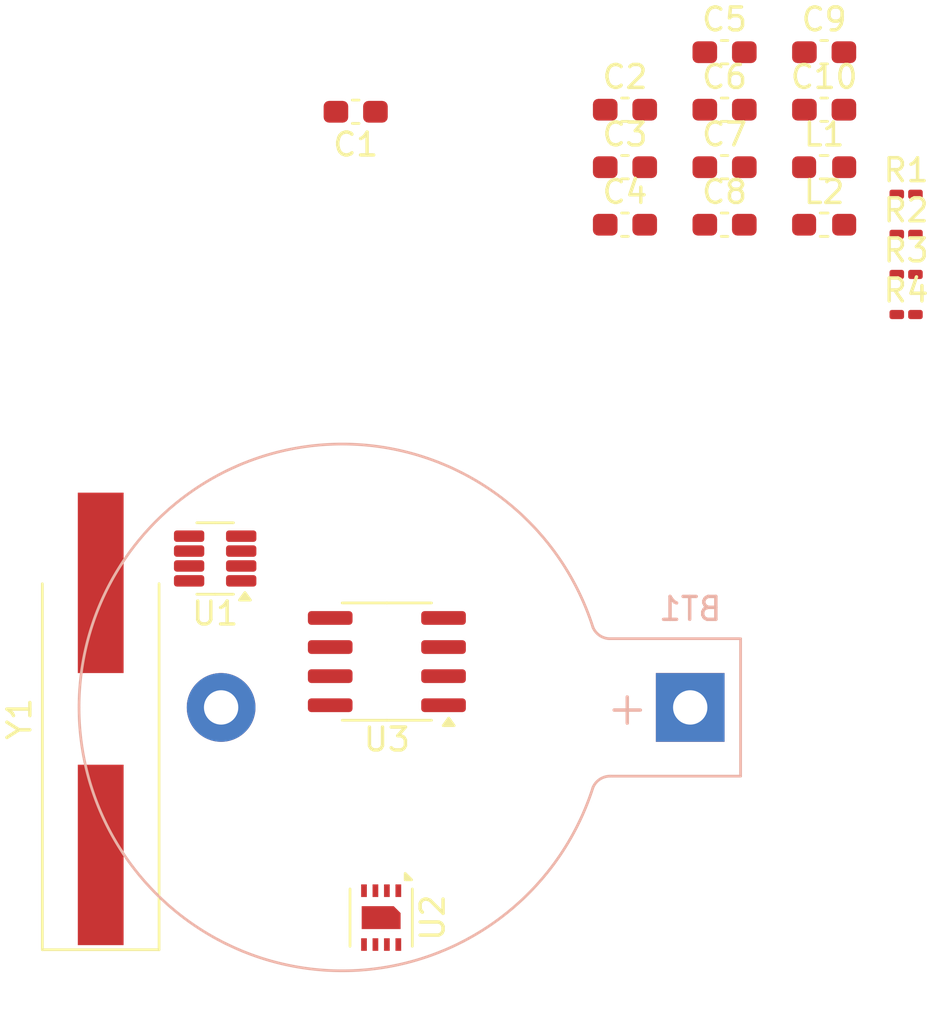
<source format=kicad_pcb>
(kicad_pcb (version 20240108) (generator "pcbnew") (generator_version "8.0")
  (layers (0 "F.Cu" signal) (31 "B.Cu" signal) (34 "B.Paste" user) (35 "F.Paste" user) (36 "B.SilkS" user "B.Silkscreen") (37 "F.SilkS" user "F.Silkscreen") (38 "B.Mask" user) (39 "F.Mask" user) (44 "Edge.Cuts" user))
  (net 0 "")
  (net 1 "GND")
  (net 2 "VCC")
  (net 3 "Net-(U1-PAOUT)")
  (net 4 "Net-(C5-Pad1)")
  (net 5 "Net-(C7-Pad1)")
  (net 6 "Net-(U2-SDA)")
  (net 7 "Net-(U2-SCL)")
  (net 8 "Net-(U1-DATA)")
  (net 9 "Net-(U2-~{RESET})")
  (net 10 "Net-(U1-Xtal1)")
  (net 11 "Net-(U1-Xtal2)")
  (net 13 "Net-(U2-ALERT)")
  (footprint "Sensor_Humidity:Sensirion_DFN-8-1EP_2.5x2.5mm_P0.5mm_EP1.1x1.7mm" (layer "F.Cu") (at 162.75 131.175 -90)
    (property "Reference" "U2" (at 0 -2.25 90) (layer "F.SilkS"))
    (property "Value" "SHT30-DIS")
    (fp_line (start -1.25 1.36) (end 1.25 1.36) (stroke (width 0.12)) (layer "F.SilkS"))
    (fp_line (start -1.25 -1.36) (end 1.25 -1.36) (stroke (width 0.12)) (layer "F.SilkS"))
    (fp_poly (pts (xy -1.65 -1.05) (xy -1.93 -1.05) (xy -1.65 -1.33) (xy -1.65 -1.05)) (stroke (width 0.12)) (fill solid) (layer "F.SilkS"))
    (pad "1" smd rect (at -1.175 -0.75 270) (size 0.55 0.25) (layers "F.Cu" "F.Paste" "F.Mask") (net 6 "Net-(U2-SDA)"))
    (pad "2" smd rect (at -1.175 -0.25 270) (size 0.55 0.25) (layers "F.Cu" "F.Paste" "F.Mask") (net 1 "GND"))
    (pad "3" smd rect (at -1.175 0.25 270) (size 0.55 0.25) (layers "F.Cu" "F.Paste" "F.Mask") (net 13 "Net-(U2-ALERT)"))
    (pad "4" smd rect (at -1.175 0.75 90) (size 0.55 0.25) (layers "F.Cu" "F.Paste" "F.Mask") (net 7 "Net-(U2-SCL)"))
    (pad "5" smd rect (at 1.175 0.75 270) (size 0.55 0.25) (layers "F.Cu" "F.Paste" "F.Mask") (net 2 "VCC"))
    (pad "6" smd rect (at 1.175 0.25 270) (size 0.55 0.25) (layers "F.Cu" "F.Paste" "F.Mask") (net 9 "Net-(U2-~{RESET})"))
    (pad "7" smd rect (at 1.175 -0.25 270) (size 0.55 0.25) (layers "F.Cu" "F.Paste" "F.Mask"))
    (pad "8" smd rect (at 1.175 -0.75 270) (size 0.55 0.25) (layers "F.Cu" "F.Paste" "F.Mask") (net 1 "GND"))
    (pad "9" smd custom (at 0 0 270) (size 1 1) (layers "F.Cu" "F.Mask") (net 1 "GND") (options (clearance outline) (anchor circle)) (primitives (gr_poly (pts (xy 0.5 0.85) (xy -0.5 0.85) (xy -0.5 -0.55) (xy -0.2 -0.85) (xy 0.5 -0.85)) (width 0) (fill yes))))
  )
  (footprint "Capacitor_SMD:C_0603_1608Metric_Pad1.08x0.95mm_HandSolder" (layer "F.Cu") (at 182.1 95.91)
    (property "Reference" "C10" (at 0 -1.43 0) (layer "F.SilkS"))
    (property "Value" "100n")
    (fp_line (start -0.146267 -0.51) (end 0.146267 -0.51) (stroke (width 0.12)) (layer "F.SilkS"))
    (fp_line (start -0.146267 0.51) (end 0.146267 0.51) (stroke (width 0.12)) (layer "F.SilkS"))
    (pad "1" smd roundrect (at -0.8625 0) (size 1.075 0.95) (layers "F.Cu" "F.Paste" "F.Mask") (net 1 "GND"))
    (pad "2" smd roundrect (at 0.8625 0) (size 1.075 0.95) (layers "F.Cu" "F.Paste" "F.Mask") (net 2 "VCC"))
  )
  (footprint "Resistor_SMD:R_0201_0603Metric_Pad0.64x0.40mm_HandSolder" (layer "F.Cu") (at 185.68 99.6)
    (property "Reference" "R1" (at 0 -1.05 0) (layer "F.SilkS"))
    (property "Value" "R")
    (pad "1" smd roundrect (at -0.4075 0) (size 0.635 0.4) (layers "F.Cu" "F.Mask") (net 2 "VCC"))
    (pad "2" smd roundrect (at 0.4075 0) (size 0.635 0.4) (layers "F.Cu" "F.Mask") (net 6 "Net-(U2-SDA)"))
  )
  (footprint "Resistor_SMD:R_0201_0603Metric_Pad0.64x0.40mm_HandSolder" (layer "F.Cu") (at 185.68 101.35)
    (property "Reference" "R2" (at 0 -1.05 0) (layer "F.SilkS"))
    (property "Value" "R")
    (pad "1" smd roundrect (at -0.4075 0) (size 0.635 0.4) (layers "F.Cu" "F.Mask") (net 2 "VCC"))
    (pad "2" smd roundrect (at 0.4075 0) (size 0.635 0.4) (layers "F.Cu" "F.Mask") (net 7 "Net-(U2-SCL)"))
  )
  (footprint "Inductor_SMD:L_0603_1608Metric_Pad1.05x0.95mm_HandSolder" (layer "F.Cu") (at 182.1 98.42)
    (property "Reference" "L1" (at 0 -1.43 0) (layer "F.SilkS"))
    (property "Value" "L")
    (fp_line (start -0.171267 -0.51) (end 0.171267 -0.51) (stroke (width 0.12)) (layer "F.SilkS"))
    (fp_line (start -0.171267 0.51) (end 0.171267 0.51) (stroke (width 0.12)) (layer "F.SilkS"))
    (pad "1" smd roundrect (at -0.875 0) (size 1.05 0.95) (layers "F.Cu" "F.Paste" "F.Mask") (net 3 "Net-(U1-PAOUT)"))
    (pad "2" smd roundrect (at 0.875 0) (size 1.05 0.95) (layers "F.Cu" "F.Paste" "F.Mask") (net 2 "VCC"))
  )
  (footprint "Capacitor_SMD:C_0603_1608Metric_Pad1.08x0.95mm_HandSolder" (layer "F.Cu") (at 173.4 100.93)
    (property "Reference" "C4" (at 0 -1.43 0) (layer "F.SilkS"))
    (property "Value" "680pF")
    (fp_line (start -0.146267 -0.51) (end 0.146267 -0.51) (stroke (width 0.12)) (layer "F.SilkS"))
    (fp_line (start -0.146267 0.51) (end 0.146267 0.51) (stroke (width 0.12)) (layer "F.SilkS"))
    (pad "1" smd roundrect (at -0.8625 0) (size 1.075 0.95) (layers "F.Cu" "F.Paste" "F.Mask") (net 1 "GND"))
    (pad "2" smd roundrect (at 0.8625 0) (size 1.075 0.95) (layers "F.Cu" "F.Paste" "F.Mask") (net 2 "VCC"))
  )
  (footprint "Capacitor_SMD:C_0603_1608Metric_Pad1.08x0.95mm_HandSolder" (layer "F.Cu") (at 182.1 93.4)
    (property "Reference" "C9" (at 0 -1.43 0) (layer "F.SilkS"))
    (property "Value" "100n")
    (fp_line (start -0.146267 -0.51) (end 0.146267 -0.51) (stroke (width 0.12)) (layer "F.SilkS"))
    (fp_line (start -0.146267 0.51) (end 0.146267 0.51) (stroke (width 0.12)) (layer "F.SilkS"))
    (pad "1" smd roundrect (at -0.8625 0) (size 1.075 0.95) (layers "F.Cu" "F.Paste" "F.Mask") (net 1 "GND"))
    (pad "2" smd roundrect (at 0.8625 0) (size 1.075 0.95) (layers "F.Cu" "F.Paste" "F.Mask") (net 2 "VCC"))
  )
  (footprint "Capacitor_SMD:C_0603_1608Metric_Pad1.08x0.95mm_HandSolder" (layer "F.Cu") (at 177.75 100.93)
    (property "Reference" "C8" (at 0 -1.43 0) (layer "F.SilkS"))
    (property "Value" "100n")
    (fp_line (start -0.146267 -0.51) (end 0.146267 -0.51) (stroke (width 0.12)) (layer "F.SilkS"))
    (fp_line (start -0.146267 0.51) (end 0.146267 0.51) (stroke (width 0.12)) (layer "F.SilkS"))
    (pad "1" smd roundrect (at -0.8625 0) (size 1.075 0.95) (layers "F.Cu" "F.Paste" "F.Mask") (net 1 "GND"))
    (pad "2" smd roundrect (at 0.8625 0) (size 1.075 0.95) (layers "F.Cu" "F.Paste" "F.Mask") (net 2 "VCC"))
  )
  (footprint "Package_SO:SOIC-8_3.9x4.9mm_P1.27mm" (layer "F.Cu") (at 163 120 180)
    (property "Reference" "U3" (at 0 -3.4 360) (layer "F.SilkS"))
    (property "Value" "ATtiny412-SS")
    (fp_line (start 0 2.56) (end 1.95 2.56) (stroke (width 0.12)) (layer "F.SilkS"))
    (fp_line (start 0 2.56) (end -1.95 2.56) (stroke (width 0.12)) (layer "F.SilkS"))
    (fp_line (start 0 -2.56) (end 1.95 -2.56) (stroke (width 0.12)) (layer "F.SilkS"))
    (fp_line (start 0 -2.56) (end -1.95 -2.56) (stroke (width 0.12)) (layer "F.SilkS"))
    (fp_poly (pts (xy -2.7 -2.465) (xy -2.94 -2.795) (xy -2.46 -2.795) (xy -2.7 -2.465)) (stroke (width 0.12)) (fill solid) (layer "F.SilkS"))
    (pad "1" smd roundrect (at -2.475 -1.905 180) (size 1.95 0.6) (layers "F.Cu" "F.Paste" "F.Mask") (net 2 "VCC"))
    (pad "2" smd roundrect (at -2.475 -0.635 180) (size 1.95 0.6) (layers "F.Cu" "F.Paste" "F.Mask") (net 9 "Net-(U2-~{RESET})"))
    (pad "3" smd roundrect (at -2.475 0.635 180) (size 1.95 0.6) (layers "F.Cu" "F.Paste" "F.Mask") (net 8 "Net-(U1-DATA)"))
    (pad "4" smd roundrect (at -2.475 1.905 180) (size 1.95 0.6) (layers "F.Cu" "F.Paste" "F.Mask") (net 6 "Net-(U2-SDA)"))
    (pad "5" smd roundrect (at 2.475 1.905 180) (size 1.95 0.6) (layers "F.Cu" "F.Paste" "F.Mask") (net 7 "Net-(U2-SCL)"))
    (pad "6" smd roundrect (at 2.475 0.635 180) (size 1.95 0.6) (layers "F.Cu" "F.Paste" "F.Mask"))
    (pad "7" smd roundrect (at 2.475 -0.635 180) (size 1.95 0.6) (layers "F.Cu" "F.Paste" "F.Mask") (net 13 "Net-(U2-ALERT)"))
    (pad "8" smd roundrect (at 2.475 -1.905 180) (size 1.95 0.6) (layers "F.Cu" "F.Paste" "F.Mask") (net 1 "GND"))
  )
  (footprint "Resistor_SMD:R_0201_0603Metric_Pad0.64x0.40mm_HandSolder" (layer "F.Cu") (at 185.68 104.85)
    (property "Reference" "R4" (at 0 -1.05 0) (layer "F.SilkS"))
    (property "Value" "R")
    (pad "1" smd roundrect (at -0.4075 0) (size 0.635 0.4) (layers "F.Cu" "F.Mask") (net 9 "Net-(U2-~{RESET})"))
    (pad "2" smd roundrect (at 0.4075 0) (size 0.635 0.4) (layers "F.Cu" "F.Mask") (net 1 "GND"))
  )
  (footprint "Capacitor_SMD:C_0603_1608Metric_Pad1.08x0.95mm_HandSolder" (layer "F.Cu") (at 173.4 95.91)
    (property "Reference" "C2" (at 0 -1.43 0) (layer "F.SilkS"))
    (property "Value" "100n")
    (fp_line (start -0.146267 -0.51) (end 0.146267 -0.51) (stroke (width 0.12)) (layer "F.SilkS"))
    (fp_line (start -0.146267 0.51) (end 0.146267 0.51) (stroke (width 0.12)) (layer "F.SilkS"))
    (pad "1" smd roundrect (at -0.8625 0) (size 1.075 0.95) (layers "F.Cu" "F.Paste" "F.Mask") (net 1 "GND"))
    (pad "2" smd roundrect (at 0.8625 0) (size 1.075 0.95) (layers "F.Cu" "F.Paste" "F.Mask") (net 2 "VCC"))
  )
  (footprint "Package_TO_SOT_SMD:SOT-23-8" (layer "F.Cu") (at 155.5 115.5 180)
    (property "Reference" "U1" (at 0 -2.4 360) (layer "F.SilkS"))
    (property "Value" "~")
    (fp_line (start 0 1.56) (end 0.8 1.56) (stroke (width 0.12)) (layer "F.SilkS"))
    (fp_line (start 0 1.56) (end -0.8 1.56) (stroke (width 0.12)) (layer "F.SilkS"))
    (fp_line (start 0 -1.56) (end 0.8 -1.56) (stroke (width 0.12)) (layer "F.SilkS"))
    (fp_line (start 0 -1.56) (end -0.8 -1.56) (stroke (width 0.12)) (layer "F.SilkS"))
    (fp_poly (pts (xy -1.3 -1.485) (xy -1.54 -1.815) (xy -1.06 -1.815) (xy -1.3 -1.485)) (stroke (width 0.12)) (fill solid) (layer "F.SilkS"))
    (pad "1" smd roundrect (at -1.1375 -0.975 180) (size 1.325 0.5) (layers "F.Cu" "F.Paste" "F.Mask") (net 10 "Net-(U1-Xtal1)"))
    (pad "2" smd roundrect (at -1.1375 -0.325 180) (size 1.325 0.5) (layers "F.Cu" "F.Paste" "F.Mask") (net 1 "GND"))
    (pad "3" smd roundrect (at -1.1375 0.325 180) (size 1.325 0.5) (layers "F.Cu" "F.Paste" "F.Mask") (net 1 "GND"))
    (pad "4" smd roundrect (at -1.1375 0.975 180) (size 1.325 0.5) (layers "F.Cu" "F.Paste" "F.Mask") (net 3 "Net-(U1-PAOUT)"))
    (pad "5" smd roundrect (at 1.1375 0.975 180) (size 1.325 0.5) (layers "F.Cu" "F.Paste" "F.Mask"))
    (pad "6" smd roundrect (at 1.1375 0.325 180) (size 1.325 0.5) (layers "F.Cu" "F.Paste" "F.Mask") (net 8 "Net-(U1-DATA)"))
    (pad "7" smd roundrect (at 1.1375 -0.325 180) (size 1.325 0.5) (layers "F.Cu" "F.Paste" "F.Mask") (net 2 "VCC"))
    (pad "8" smd roundrect (at 1.1375 -0.975 180) (size 1.325 0.5) (layers "F.Cu" "F.Paste" "F.Mask") (net 11 "Net-(U1-Xtal2)"))
  )
  (footprint "Inductor_SMD:L_0603_1608Metric_Pad1.05x0.95mm_HandSolder" (layer "F.Cu") (at 182.1 100.93)
    (property "Reference" "L2" (at 0 -1.43 0) (layer "F.SilkS"))
    (property "Value" "L")
    (fp_line (start -0.171267 -0.51) (end 0.171267 -0.51) (stroke (width 0.12)) (layer "F.SilkS"))
    (fp_line (start -0.171267 0.51) (end 0.171267 0.51) (stroke (width 0.12)) (layer "F.SilkS"))
    (pad "1" smd roundrect (at -0.875 0) (size 1.05 0.95) (layers "F.Cu" "F.Paste" "F.Mask") (net 5 "Net-(C7-Pad1)"))
    (pad "2" smd roundrect (at 0.875 0) (size 1.05 0.95) (layers "F.Cu" "F.Paste" "F.Mask") (net 4 "Net-(C5-Pad1)"))
  )
  (footprint "Capacitor_SMD:C_0603_1608Metric_Pad1.08x0.95mm_HandSolder" (layer "F.Cu") (at 177.75 95.91)
    (property "Reference" "C6" (at 0 -1.43 0) (layer "F.SilkS"))
    (property "Value" "100n")
    (fp_line (start -0.146267 -0.51) (end 0.146267 -0.51) (stroke (width 0.12)) (layer "F.SilkS"))
    (fp_line (start -0.146267 0.51) (end 0.146267 0.51) (stroke (width 0.12)) (layer "F.SilkS"))
    (pad "1" smd roundrect (at -0.8625 0) (size 1.075 0.95) (layers "F.Cu" "F.Paste" "F.Mask") (net 4 "Net-(C5-Pad1)"))
    (pad "2" smd roundrect (at 0.8625 0) (size 1.075 0.95) (layers "F.Cu" "F.Paste" "F.Mask") (net 1 "GND"))
  )
  (footprint "Capacitor_SMD:C_0603_1608Metric_Pad1.08x0.95mm_HandSolder" (layer "F.Cu") (at 161.6375 96 180)
    (property "Reference" "C1" (at 0 -1.43 0) (layer "F.SilkS"))
    (property "Value" "100n")
    (fp_line (start -0.146267 0.51) (end 0.146267 0.51) (stroke (width 0.12)) (layer "F.SilkS"))
    (fp_line (start -0.146267 -0.51) (end 0.146267 -0.51) (stroke (width 0.12)) (layer "F.SilkS"))
    (pad "1" smd roundrect (at -0.8625 0 180) (size 1.075 0.95) (layers "F.Cu" "F.Paste" "F.Mask") (net 1 "GND"))
    (pad "2" smd roundrect (at 0.8625 0 180) (size 1.075 0.95) (layers "F.Cu" "F.Paste" "F.Mask") (net 2 "VCC"))
  )
  (footprint "Crystal:Crystal_SMD_HC49-SD_HandSoldering" (layer "F.Cu") (at 150.5 122.5 90)
    (property "Reference" "Y1" (at 0 -3.55 90) (layer "F.SilkS"))
    (property "Value" "Crystal")
    (fp_line (start 5.9 -2.55) (end -10.075 -2.55) (stroke (width 0.12)) (layer "F.SilkS"))
    (fp_line (start -10.075 -2.55) (end -10.075 2.55) (stroke (width 0.12)) (layer "F.SilkS"))
    (fp_line (start -10.075 2.55) (end 5.9 2.55) (stroke (width 0.12)) (layer "F.SilkS"))
    (pad "1" smd rect (at -5.9375 0 90) (size 7.875 2) (layers "F.Cu" "F.Paste" "F.Mask") (net 10 "Net-(U1-Xtal1)"))
    (pad "2" smd rect (at 5.9375 0 90) (size 7.875 2) (layers "F.Cu" "F.Paste" "F.Mask") (net 11 "Net-(U1-Xtal2)"))
  )
  (footprint "Resistor_SMD:R_0201_0603Metric_Pad0.64x0.40mm_HandSolder" (layer "F.Cu") (at 185.68 103.1)
    (property "Reference" "R3" (at 0 -1.05 0) (layer "F.SilkS"))
    (property "Value" "R")
    (pad "1" smd roundrect (at -0.4075 0) (size 0.635 0.4) (layers "F.Cu" "F.Mask") (net 8 "Net-(U1-DATA)"))
    (pad "2" smd roundrect (at 0.4075 0) (size 0.635 0.4) (layers "F.Cu" "F.Mask") (net 1 "GND"))
  )
  (footprint "Capacitor_SMD:C_0603_1608Metric_Pad1.08x0.95mm_HandSolder" (layer "F.Cu") (at 173.4 98.42)
    (property "Reference" "C3" (at 0 -1.43 0) (layer "F.SilkS"))
    (property "Value" "220pF")
    (fp_line (start -0.146267 -0.51) (end 0.146267 -0.51) (stroke (width 0.12)) (layer "F.SilkS"))
    (fp_line (start -0.146267 0.51) (end 0.146267 0.51) (stroke (width 0.12)) (layer "F.SilkS"))
    (pad "1" smd roundrect (at -0.8625 0) (size 1.075 0.95) (layers "F.Cu" "F.Paste" "F.Mask") (net 1 "GND"))
    (pad "2" smd roundrect (at 0.8625 0) (size 1.075 0.95) (layers "F.Cu" "F.Paste" "F.Mask") (net 2 "VCC"))
  )
  (footprint "Capacitor_SMD:C_0603_1608Metric_Pad1.08x0.95mm_HandSolder" (layer "F.Cu") (at 177.75 98.42)
    (property "Reference" "C7" (at 0 -1.43 0) (layer "F.SilkS"))
    (property "Value" "100n")
    (fp_line (start -0.146267 -0.51) (end 0.146267 -0.51) (stroke (width 0.12)) (layer "F.SilkS"))
    (fp_line (start -0.146267 0.51) (end 0.146267 0.51) (stroke (width 0.12)) (layer "F.SilkS"))
    (pad "1" smd roundrect (at -0.8625 0) (size 1.075 0.95) (layers "F.Cu" "F.Paste" "F.Mask") (net 5 "Net-(C7-Pad1)"))
    (pad "2" smd roundrect (at 0.8625 0) (size 1.075 0.95) (layers "F.Cu" "F.Paste" "F.Mask") (net 1 "GND"))
  )
  (footprint "Capacitor_SMD:C_0603_1608Metric_Pad1.08x0.95mm_HandSolder" (layer "F.Cu") (at 177.75 93.4)
    (property "Reference" "C5" (at 0 -1.43 0) (layer "F.SilkS"))
    (property "Value" "100n")
    (fp_line (start -0.146267 -0.51) (end 0.146267 -0.51) (stroke (width 0.12)) (layer "F.SilkS"))
    (fp_line (start -0.146267 0.51) (end 0.146267 0.51) (stroke (width 0.12)) (layer "F.SilkS"))
    (pad "1" smd roundrect (at -0.8625 0) (size 1.075 0.95) (layers "F.Cu" "F.Paste" "F.Mask") (net 4 "Net-(C5-Pad1)"))
    (pad "2" smd roundrect (at 0.8625 0) (size 1.075 0.95) (layers "F.Cu" "F.Paste" "F.Mask") (net 3 "Net-(U1-PAOUT)"))
  )
  (footprint "Battery:BatteryHolder_Keystone_103_1x20mm" (layer "B.Cu") (at 176.250001 122 180)
    (property "Reference" "BT1" (at 0 4.3 0) (layer "B.SilkS") (effects (justify mirror)))
    (property "Value" "Battery_Cell")
    (fp_line (start 3.5 3) (end -2.2 3) (stroke (width 0.12)) (layer "B.SilkS"))
    (fp_line (start 3.5 -3) (end -2.2 -3) (stroke (width 0.12)) (layer "B.SilkS"))
    (fp_line (start -2.2 3) (end -2.2 -3) (stroke (width 0.12)) (layer "B.SilkS"))
    (fp_arc (start 26.695671 0) (mid 16.971103 11.358466) (end 4.25 3.5) (stroke (width 0.12)) (layer "B.SilkS"))
    (fp_arc (start 4.25 -3.5) (mid 16.971103 -11.358466) (end 26.695671 0) (stroke (width 0.12)) (layer "B.SilkS"))
    (fp_arc (start 4.25 -3.5) (mid 3.950694 -3.136459) (end 3.5 -3) (stroke (width 0.12)) (layer "B.SilkS"))
    (fp_arc (start 3.5 3) (mid 3.950694 3.136459) (end 4.25 3.5) (stroke (width 0.12)) (layer "B.SilkS"))
    (fp_text user "+" (at 2.75 0 0) (layer "B.SilkS") (effects (font (size 1.5 1.5)) (justify mirror)))
    (pad "1" thru_hole rect (at 0 0 180) (size 3 3) (drill 1.5) (layers "*.Cu" "*.Mask") (net 2 "VCC"))
    (pad "2" thru_hole circle (at 20.49 0 180) (size 3 3) (drill 1.5) (layers "*.Cu" "*.Mask") (net 1 "GND"))
  )
)
</source>
